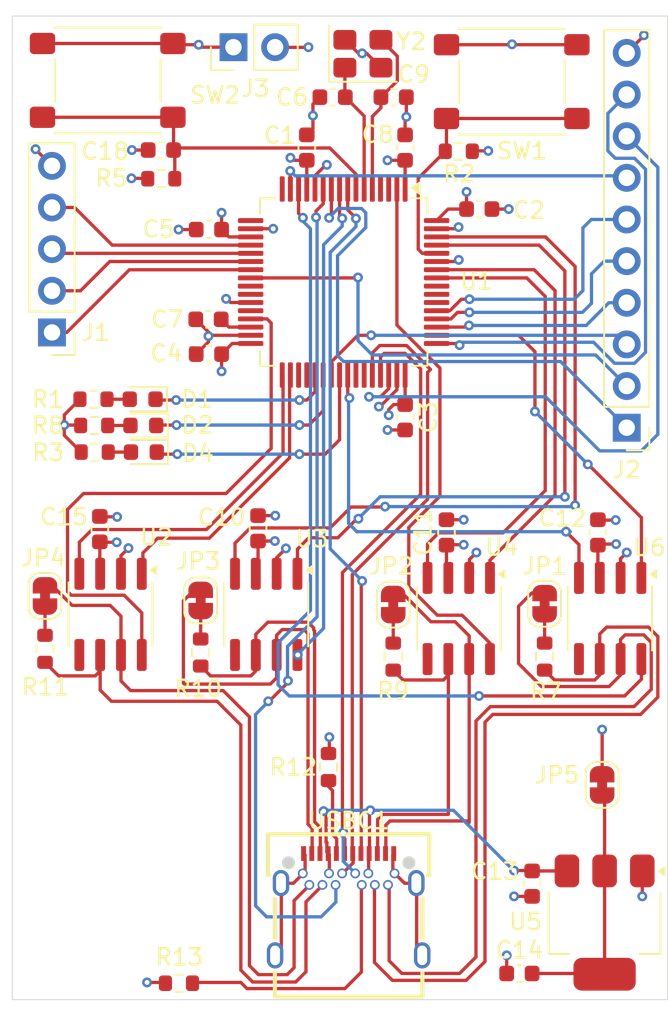
<source format=kicad_pcb>
(kicad_pcb (version 20241229) (generator "pcbnew") (generator_version "9.0")
  (layers (0 "F.Cu" signal) (4 "In1.Cu" power "GND") (6 "In2.Cu" power "3.3V") (2 "B.Cu" signal) (13 "F.Paste" user) (15 "B.Paste" user) (5 "F.SilkS" user "F.Silkscreen") (7 "B.SilkS" user "B.Silkscreen") (1 "F.Mask" user) (3 "B.Mask" user) (25 "Edge.Cuts" user))
  (net 0 "")
  (net 1 "GND")
  (net 2 "+3.3V")
  (net 3 "Net-(U1-PH1)")
  (net 4 "Net-(U1-VCAP_1)")
  (net 5 "Net-(U1-PH0)")
  (net 6 "Net-(U1-NRST)")
  (net 7 "Net-(D1-K)")
  (net 8 "Net-(D1-A)")
  (net 9 "Net-(D2-K)")
  (net 10 "Net-(D2-A)")
  (net 11 "Net-(D4-A)")
  (net 12 "Net-(D4-K)")
  (net 13 "/NSS")
  (net 14 "/MOSI")
  (net 15 "/MISO")
  (net 16 "/SCK")
  (net 17 "Net-(JP1-B)")
  (net 18 "Net-(JP2-B)")
  (net 19 "Net-(JP3-B)")
  (net 20 "Net-(JP4-B)")
  (net 21 "Net-(U1-BOOT0)")
  (net 40 "/PC10")
  (net 41 "/PA13")
  (net 42 "/PC11")
  (net 43 "/PC4")
  (net 44 "/PC12")
  (net 45 "/PA14")
  (net 46 "/PA1")
  (net 47 "/PC8")
  (net 48 "/PC2")
  (net 49 "/CAN3_H")
  (net 50 "/CAN2_H")
  (net 51 "/CAN1_H")
  (net 52 "/CAN4_H")
  (net 53 "/D+")
  (net 54 "/CAN2_L")
  (net 55 "/CAN1_L")
  (net 56 "/CAN4_L")
  (net 57 "/D-")
  (net 58 "/SBU2")
  (net 59 "/SBU1")
  (net 60 "/CAN3_L")
  (net 61 "/CAN4_E")
  (net 62 "/CAN2_E")
  (net 63 "/CAN3_R")
  (net 64 "/CAN1_R")
  (net 65 "/CAN3_T")
  (net 66 "/CAN1_E")
  (net 67 "/CAN1_T")
  (net 68 "/CAN2_R")
  (net 69 "/CAN2_T")
  (net 70 "/CAN4_T")
  (net 71 "/CAN3_E")
  (net 72 "/CAN4_R")
  (net 73 "Net-(JP5-B)")
  (net 74 "+5V")
  (net 75 "Net-(USBC1-CC1)")
  (net 76 "Net-(USBC1-CC2)")
  (footprint "Resistor_SMD:R_0603_1608Metric" (layer "F.Cu") (at 75.595 80.425)
    (property "Reference" "R5")
    (property "Value" "10k")
  )
  (footprint "Crystal:Crystal_SMD_3225-4Pin_3.2x2.5mm" (layer "F.Cu") (at 87.9 72.8)
    (property "Reference" "Y2")
    (property "Value" "Crystal_GND24")
  )
  (footprint "Button_Switch_SMD:SW_SPST_PTS645Sx43SMTR92" (layer "F.Cu") (at 72.325 74.425)
    (property "Reference" "SW2")
    (property "Value" "RESET")
  )
  (footprint "Resistor_SMD:R_0603_1608Metric" (layer "F.Cu") (at 71.5 95.475 180)
    (property "Reference" "R8")
    (property "Value" "75R")
  )
  (footprint "Capacitor_SMD:C_0603_1608Metric" (layer "F.Cu") (at 81.5 101.75 90)
    (property "Reference" "C10")
    (property "Value" "100nF")
  )
  (footprint "Capacitor_SMD:C_0603_1608Metric" (layer "F.Cu") (at 89.775 75.45)
    (property "Reference" "C9")
    (property "Value" "15pF")
  )
  (footprint "Capacitor_SMD:C_0603_1608Metric" (layer "F.Cu") (at 95 82.275)
    (property "Reference" "C2")
    (property "Value" "100nF")
  )
  (footprint "Capacitor_SMD:C_0603_1608Metric" (layer "F.Cu") (at 78.5 91.125 180)
    (property "Reference" "C4")
    (property "Value" "100nF")
  )
  (footprint "Jumper:SolderJumper-2_P1.3mm_Bridged_RoundedPad1.0x1.5mm" (layer "F.Cu") (at 89.75 106.4 -90)
    (property "Reference" "JP2")
    (property "Value" "~")
  )
  (footprint "Capacitor_SMD:C_0603_1608Metric" (layer "F.Cu") (at 75.57 78.675 180)
    (property "Reference" "C18")
    (property "Value" "100nF")
  )
  (footprint "Capacitor_SMD:C_0603_1608Metric" (layer "F.Cu") (at 86.05 75.45 180)
    (property "Reference" "C6")
    (property "Value" "15pF")
  )
  (footprint "Jumper:SolderJumper-2_P1.3mm_Bridged_RoundedPad1.0x1.5mm" (layer "F.Cu") (at 78 106.15 -90)
    (property "Reference" "JP3")
    (property "Value" "~")
  )
  (footprint "LED_SMD:LED_0603_1608Metric" (layer "F.Cu") (at 74.5 95.475 180)
    (property "Reference" "D2")
    (property "Value" "RED")
  )
  (footprint "Capacitor_SMD:C_0603_1608Metric" (layer "F.Cu") (at 93 102 90)
    (property "Reference" "C11")
    (property "Value" "100nF")
  )
  (footprint "Connector_PinHeader_2.54mm:PinHeader_1x10_P2.54mm_Vertical" (layer "F.Cu") (at 104 95.61 180)
    (property "Reference" "J2")
    (property "Value" "Extra")
  )
  (footprint "Resistor_SMD:R_0603_1608Metric" (layer "F.Cu") (at 89.75 109.575 -90)
    (property "Reference" "R9")
    (property "Value" "120R")
  )
  (footprint "Resistor_SMD:R_0603_1608Metric" (layer "F.Cu") (at 85.8 116.3125 90)
    (property "Reference" "R12")
    (property "Value" "5.1k")
  )
  (footprint "Package_SO:SOIC-8_3.9x4.9mm_P1.27mm" (layer "F.Cu") (at 82 107 -90)
    (property "Reference" "U3")
    (property "Value" "SN65HVD230DR")
  )
  (footprint "LED_SMD:LED_0603_1608Metric" (layer "F.Cu") (at 74.53125 97.1 180)
    (property "Reference" "D4")
    (property "Value" "RED")
  )
  (footprint "Resistor_SMD:R_0603_1608Metric" (layer "F.Cu") (at 71.45625 93.875 180)
    (property "Reference" "R1")
    (property "Value" "75R")
  )
  (footprint "Capacitor_SMD:C_0603_1608Metric" (layer "F.Cu") (at 78.475 89 180)
    (property "Reference" "C7")
    (property "Value" "4.7uF")
  )
  (footprint "Package_TO_SOT_SMD:SOT-223-3_TabPin2" (layer "F.Cu") (at 102.65 125.8 -90)
    (property "Reference" "U5")
    (property "Value" "AMS1117-3.3")
  )
  (footprint "Capacitor_SMD:C_0603_1608Metric" (layer "F.Cu") (at 90.475 94.975 -90)
    (property "Reference" "C3")
    (property "Value" "100nF")
  )
  (footprint "Package_SO:SOIC-8_3.9x4.9mm_P1.27mm" (layer "F.Cu") (at 72.5 107 -90)
    (property "Reference" "U2")
    (property "Value" "SN65HVD230DR")
  )
  (footprint "Package_SO:SOIC-8_3.9x4.9mm_P1.27mm" (layer "F.Cu") (at 93.75 107.25 -90)
    (property "Reference" "U4")
    (property "Value" "SN65HVD230DR")
  )
  (footprint "Resistor_SMD:R_0603_1608Metric" (layer "F.Cu") (at 98.99 109.575 -90)
    (property "Reference" "R7")
    (property "Value" "120R")
  )
  (footprint "Jumper:SolderJumper-2_P1.3mm_Bridged_RoundedPad1.0x1.5mm" (layer "F.Cu") (at 102.5 117.4 -90)
    (property "Reference" "JP5")
    (property "Value" "~")
  )
  (footprint "Resistor_SMD:R_0603_1608Metric" (layer "F.Cu") (at 68.5 109.1 -90)
    (property "Reference" "R11")
    (property "Value" "120R")
  )
  (footprint "Capacitor_SMD:C_0603_1608Metric" (layer "F.Cu") (at 84.475 78.525 90)
    (property "Reference" "C1")
    (property "Value" "100nF")
  )
  (footprint "Jumper:SolderJumper-2_P1.3mm_Bridged_RoundedPad1.0x1.5mm" (layer "F.Cu") (at 68.5 105.875 -90)
    (property "Reference" "JP4")
    (property "Value" "~")
  )
  (footprint "Capacitor_SMD:C_0603_1608Metric" (layer "F.Cu") (at 71.845 101.8 90)
    (property "Reference" "C15")
    (property "Value" "100nF")
  )
  (footprint "1_My_custom_library:USB-C-SMD_TYPE-C-USB-20" (layer "F.Cu") (at 87.03 124.695)
    (property "Reference" "USBC1")
    (property "Value" "~")
    (fp_poly (pts (xy -3.278422 -2.59721) (xy -3.305448 -2.698073) (xy -3.357659 -2.788505) (xy -3.431495 -2.862341) (xy -3.521927 -2.914552) (xy -3.62279 -2.941578) (xy -3.72721 -2.941578) (xy -3.828073 -2.914552) (xy -3.918505 -2.862341) (xy -3.992341 -2.788505) (xy -4.044552 -2.698073) (xy -4.071578 -2.59721) (xy -4.071578 -2.49279) (xy -4.044552 -2.391927) (xy -3.992341 -2.301495) (xy -3.918505 -2.227659) (xy -3.828073 -2.175448) (xy -3.72721 -2.148422) (xy -3.62279 -2.148422) (xy -3.521927 -2.175448) (xy -3.431495 -2.227659) (xy -3.357659 -2.301495) (xy -3.305448 -2.391927) (xy -3.278422 -2.49279)) (fill yes) (layer "Edge.Cuts"))
    (fp_poly (pts (xy 4.071578 -2.59721) (xy 4.044552 -2.698073) (xy 3.992341 -2.788505) (xy 3.918505 -2.862341) (xy 3.828073 -2.914552) (xy 3.72721 -2.941578) (xy 3.62279 -2.941578) (xy 3.521927 -2.914552) (xy 3.431495 -2.862341) (xy 3.357659 -2.788505) (xy 3.305448 -2.698073) (xy 3.278422 -2.59721) (xy 3.278422 -2.49279) (xy 3.305448 -2.391927) (xy 3.357659 -2.301495) (xy 3.431495 -2.227659) (xy 3.521927 -2.175448) (xy 3.62279 -2.148422) (xy 3.72721 -2.148422) (xy 3.828073 -2.175448) (xy 3.918505 -2.227659) (xy 3.992341 -2.301495) (xy 4.044552 -2.391927) (xy 4.071578 -2.49279)) (fill yes) (layer "Edge.Cuts"))
  )
  (footprint "Capacitor_SMD:C_0603_1608Metric" (layer "F.Cu") (at 90.475 78.525 90)
    (property "Reference" "C8")
    (property "Value" "100nF")
  )
  (footprint "LED_SMD:LED_0603_1608Metric" (layer "F.Cu") (at 74.45625 93.875 180)
    (property "Reference" "D1")
    (property "Value" "RED")
  )
  (footprint "Capacitor_SMD:C_0603_1608Metric" (layer "F.Cu") (at 102.24 102 90)
    (property "Reference" "C12")
    (property "Value" "100nF")
  )
  (footprint "Connector_PinHeader_2.54mm:PinHeader_1x05_P2.54mm_Vertical" (layer "F.Cu") (at 68.925 89.8 180)
    (property "Reference" "J1")
    (property "Value" "SPI1")
  )
  (footprint "Package_QFP:LQFP-64_10x10mm_P0.5mm" (layer "F.Cu") (at 86.725 86.725 -90)
    (property "Reference" "U1")
    (property "Value" "STM32F413RGT6")
  )
  (footprint "Jumper:SolderJumper-2_P1.3mm_Bridged_RoundedPad1.0x1.5mm" (layer "F.Cu") (at 98.99 106.35 -90)
    (property "Reference" "JP1")
    (property "Value" "~")
  )
  (footprint "Connector_PinHeader_2.54mm:PinHeader_1x02_P2.54mm_Vertical" (layer "F.Cu") (at 80 72.4 90)
    (property "Reference" "J3")
    (property "Value" "PWR")
  )
  (footprint "Capacitor_SMD:C_0603_1608Metric" (layer "F.Cu") (at 98.225 123.425 90)
    (property "Reference" "C13")
    (property "Value" "10pF")
  )
  (footprint "Package_SO:SOIC-8_3.9x4.9mm_P1.27mm" (layer "F.Cu") (at 102.99 107.25 -90)
    (property "Reference" "U6")
    (property "Value" "SN65HVD230DR")
  )
  (footprint "Capacitor_SMD:C_0603_1608Metric" (layer "F.Cu") (at 97.45 128.905)
    (property "Reference" "C14")
    (property "Value" "22pF")
  )
  (footprint "Resistor_SMD:R_0603_1608Metric" (layer "F.Cu") (at 76.675 129.5 180)
    (property "Reference" "R13")
    (property "Value" "5.1k")
  )
  (footprint "Capacitor_SMD:C_0603_1608Metric" (layer "F.Cu") (at 78.5 83.525 180)
    (property "Reference" "C5")
    (property "Value" "100nF")
  )
  (footprint "Resistor_SMD:R_0603_1608Metric" (layer "F.Cu") (at 71.53125 97.1 180)
    (property "Reference" "R3")
    (property "Value" "75R")
  )
  (footprint "Resistor_SMD:R_0603_1608Metric" (layer "F.Cu") (at 78 109.325 -90)
    (property "Reference" "R10")
    (property "Value" "120R")
  )
  (footprint "Resistor_SMD:R_0603_1608Metric" (layer "F.Cu") (at 93.75 78.75)
    (property "Reference" "R2")
    (property "Value" "10k")
  )
  (footprint "Button_Switch_SMD:SW_SPST_PTS645Sx43SMTR92" (layer "F.Cu") (at 96.98 74.5)
    (property "Reference" "SW1")
    (property "Value" "DFU")
  )
  (gr_rect (start 66.5 70.5) (end 106.5 130.5) (stroke (width 0.05)) (fill no) (layer "Edge.Cuts"))
  (segment (start 90.55 76.65) (end 90.625 76.65) (width 0.2) (layer "F.Cu") (net 1))
  (segment (start 88.9421 94.325) (end 89.975 93.2921) (width 0.2) (layer "F.Cu") (net 1))
  (segment (start 103.625 103.6) (end 103.625 104.775) (width 0.2) (layer "F.Cu") (net 1))
  (segment (start 84.85 77.375) (end 84.475 77.75) (width 0.2) (layer "F.Cu") (net 1))
  (segment (start 97.125 124.2) (end 98.225 124.2) (width 0.2) (layer "F.Cu") (net 1))
  (segment (start 82.92 123.4) (end 82.92 127.45) (width 0.2) (layer "F.Cu") (net 1))
  (segment (start 76.65 83.525) (end 77.725 83.525) (width 0.2) (layer "F.Cu") (net 1))
  (segment (start 104.95 124.2) (end 104.95 122.65) (width 0.2) (layer "F.Cu") (net 1))
  (segment (start 89.85 122.81) (end 89.727422 122.687422) (width 0.2) (layer "F.Cu") (net 1))
  (segment (start 77.4 90.75) (end 77.7 90.75) (width 0.2) (layer "F.Cu") (net 1))
  (segment (start 84.85 75.875) (end 85.275 75.45) (width 0.2) (layer "F.Cu") (net 1))
  (segment (start 84.85 76.575) (end 84.85 75.875) (width 0.2) (layer "F.Cu") (net 1))
  (segment (start 103.325 101.25) (end 102.265 101.25) (width 0.2) (layer "F.Cu") (net 1))
  (segment (start 85.85 115.5125) (end 85.85 114.4875) (width 0.2) (layer "F.Cu") (net 1))
  (segment (start 87.625 72.775) (end 86.8 71.95) (width 0.2) (layer "F.Cu") (net 1))
  (segment (start 102.265 101.25) (end 102.24 101.225) (width 0.2) (layer "F.Cu") (net 1))
  (segment (start 78.475 90.375) (end 77.725 91.125) (width 0.2) (layer "F.Cu") (net 1))
  (segment (start 78.475 90.025) (end 78.525 89.975) (width 0.2) (layer "F.Cu") (net 1))
  (segment (start 89.4 95.75) (end 90.475 95.75) (width 0.2) (layer "F.Cu") (net 1))
  (segment (start 93.65 85.475) (end 92.4 85.475) (width 0.2) (layer "F.Cu") (net 1))
  (segment (start 83.66 123.4) (end 82.92 123.4) (width 0.2) (layer "F.Cu") (net 1))
  (segment (start 84.975 81.05) (end 84.975 80.241176) (width 0.2) (layer "F.Cu") (net 1))
  (segment (start 78.525 89.975) (end 81.05 89.975) (width 0.2) (layer "F.Cu") (net 1))
  (segment (start 89.975 93.2921) (end 89.975 92.4) (width 0.2) (layer "F.Cu") (net 1))
  (segment (start 90.65 76.675) (end 90.475 76.85) (width 0.2) (layer "F.Cu") (net 1))
  (segment (start 84.25 122.81) (end 83.66 123.4) (width 0.2) (layer "F.Cu") (net 1))
  (segment (start 94.4 103.65) (end 94.4 104.76) (width 0.2) (layer "F.Cu") (net 1))
  (segment (start 68.37 72.15) (end 68.345 72.175) (width 0.2) (layer "F.Cu") (net 1))
  (segment (start 78.475 90.025) (end 78.475 90.375) (width 0.2) (layer "F.Cu") (net 1))
  (segment (start 82.92 127.45) (end 82.56 127.81) (width 0.2) (layer "F.Cu") (net 1))
  (segment (start 78.025 72.4) (end 80 72.4) (width 0.2) (layer "F.Cu") (net 1))
  (segment (start 94.6 78.725) (end 94.575 78.75) (width 0.2) (layer "F.Cu") (net 1))
  (segment (start 90.475 76.85) (end 90.475 77.75) (width 0.2) (layer "F.Cu") (net 1))
  (segment (start 74.725 129.45) (end 75.775 129.45) (width 0.2) (layer "F.Cu") (net 1))
  (segment (start 79.825 87.975) (end 79.55 87.7) (width 0.2) (layer "F.Cu") (net 1))
  (segment (start 90.625 76.65) (end 90.65 76.675) (width 0.2) (layer "F.Cu") (net 1))
  (segment (start 77.875 72.25) (end 78.025 72.4) (width 0.2) (layer "F.Cu") (net 1))
  (segment (start 67.925 78.64) (end 68.925 79.64) (width 0.2) (layer "F.Cu") (net 1))
  (segment (start 90.55 76.65) (end 90.55 75.45) (width 0.2) (layer "F.Cu") (net 1))
  (segment (start 88.871366 94.325) (end 88.9421 94.325) (width 0.2) (layer "F.Cu") (net 1))
  (segment (start 88.125 72.775) (end 89 73.65) (width 0.2) (layer "F.Cu") (net 1))
  (segment (start 78.475 90.025) (end 78.475 89.775) (width 0.2) (layer "F.Cu") (net 1))
  (segment (start 81.05 87.975) (end 79.825 87.975) (width 0.2) (layer "F.Cu") (net 1))
  (segment (start 87.85 72.775) (end 88.125 72.775) (width 0.2) (layer "F.Cu") (net 1))
  (segment (start 84.975 80.241176) (end 85.691176 79.525) (width 0.2) (layer "F.Cu") (net 1))
  (segment (start 82.635 103.54) (end 82.635 104.525) (width 0.2) (layer "F.Cu") (net 1))
  (segment (start 94.825 103.225) (end 94.4 103.65) (width 0.2) (layer "F.Cu") (net 1))
  (segment (start 73.8 78.675) (end 74.795 78.675) (width 0.2) (layer "F.Cu") (net 1))
  (segment (start 88.871366 94.325) (end 88.7 94.325) (width 0.2) (layer "F.Cu") (net 1))
  (segment (start 87.85 72.775) (end 87.625 72.775) (width 0.2) (layer "F.Cu") (net 1))
  (segment (start 77.875 72.25) (end 76.38 72.25) (width 0.2) (layer "F.Cu") (net 1))
  (segment (start 105.05 71.7) (end 104 72.75) (width 0.2) (layer "F.Cu") (net 1))
  (segment (start 73.590544 102.957772) (end 73.135 103.413316) (width 0.2) (layer "F.Cu") (net 1))
  (segment (start 89.727422 121.672578) (end 89.8 121.6) (width 0.2) (layer "F.Cu") (net 1))
  (segment (start 84.85 76.575) (end 84.85 77.375) (width 0.2) (layer "F.Cu") (net 1))
  (segment (start 91.18 123.4) (end 91.18 127.45) (width 0.2) (layer "F.Cu") (net 1))
  (segment (start 89.727422 122.687422) (end 89.727422 121.672578) (width 0.2) (layer "F.Cu") (net 1))
  (segment (start 94.4 104.76) (end 94.385 104.775) (width 0.2) (layer "F.Cu") (net 1))
  (segment (start 76.38 72.25) (end 76.305 72.175) (width 0.2) (layer "F.Cu") (net 1))
  (segment (start 84.372578 122.687422) (end 84.372578 121.673078) (width 0.2) (layer "F.Cu") (net 1))
  (segment (start 81.05 83.475) (end 82.425 83.475) (width 0.2) (layer "F.Cu") (net 1))
  (segment (start 83.2 102.975) (end 82.635 103.54) (width 0.2) (layer "F.Cu") (net 1))
  (segment (start 73.135 103.413316) (end 73.135 104.525) (width 0.2) (layer "F.Cu") (net 1))
  (segment (start 68.345 72.175) (end 76.305 72.175) (width 0.2) (layer "F.Cu") (net 1))
  (segment (start 84.25 122.81) (end 84.372578 122.687422) (width 0.2) (layer "F.Cu") (net 1))
  (segment (start 93.675 83.475) (end 93.85 83.3) (width 0.2) (layer "F.Cu") (net 1))
  (segment (start 94.05 101.225) (end 93 101.225) (width 0.2) (layer "F.Cu") (net 1))
  (segment (start 92.4 83.475) (end 93.675 83.475) (width 0.2) (layer "F.Cu") (net 1))
  (segment (start 82.55 100.975) (end 81.5 100.975) (width 0.2) (layer "F.Cu") (net 1))
  (segment (start 95.55 78.725) (end 94.6 78.725) (width 0.2) (layer "F.Cu") (net 1))
  (segment (start 93.75 85.375) (end 93.65 85.475) (width 0.2) (layer "F.Cu") (net 1))
  (segment (start 89.85 122.81) (end 90.44 123.4) (width 0.2) (layer "F.Cu") (net 1))
  (segment (start 90.44 123.4) (end 91.18 123.4) (width 0.2) (layer "F.Cu") (net 1))
  (segment (start 78.475 89.775) (end 77.7 89) (width 0.2) (layer "F.Cu") (net 1))
  (segment (start 71.87 101.05) (end 71.845 101.025) (width 0.2) (layer "F.Cu") (net 1))
  (segment (start 96.675 127.8) (end 96.675 128.905) (width 0.2) (layer "F.Cu") (net 1))
  (segment (start 96.8 82.275) (end 95.775 82.275) (width 0.2) (layer "F.Cu") (net 1))
  (segment (start 84.372578 121.673078) (end 84.2995 121.6) (width 0.2) (layer "F.Cu") (net 1))
  (segment (start 72.9 101.05) (end 71.87 101.05) (width 0.2) (layer "F.Cu") (net 1))
  (segment (start 104 103.225) (end 103.625 103.6) (width 0.2) (layer "F.Cu") (net 1))
  (segment (start 91.18 127.45) (end 91.54 127.81) (width 0.2) (layer "F.Cu") (net 1))
  (segment (start 105.05 71.675) (end 105.05 71.7) (width 0.2) (layer "F.Cu") (net 1))
  (segment (start 67.925 78.625) (end 67.925 78.64) (width 0.2) (layer "F.Cu") (net 1))
  (via (at 85.7 79.575) (size 0.6) (drill 0.3) (layers "F.Cu" "B.Cu") (net 1))
  (via (at 89.4 95.75) (size 0.6) (drill 0.3) (layers "F.Cu" "B.Cu") (net 1))
  (via (at 104 103.225) (size 0.6) (drill 0.3) (layers "F.Cu" "B.Cu") (net 1))
  (via (at 77.875 72.25) (size 0.6) (drill 0.3) (layers "F.Cu" "B.Cu") (net 1))
  (via (at 85.85 114.4875) (size 0.6) (drill 0.3) (layers "F.Cu" "B.Cu") (net 1))
  (via (at 79.55 87.75) (size 0.6) (drill 0.3) (layers "F.Cu" "B.Cu") (net 1))
  (via (at 95.55 78.725) (size 0.6) (drill 0.3) (layers "F.Cu" "B.Cu") (net 1))
  (via (at 96.675 127.8) (size 0.6) (drill 0.3) (layers "F.Cu" "B.Cu") (net 1))
  (via (at 93.7375 83.375) (size 0.6) (drill 0.3) (layers "F.Cu" "B.Cu") (net 1))
  (via (at 88.871366 94.325) (size 0.6) (drill 0.3) (layers "F.Cu" "B.Cu") (net 1))
  (via (at 84.85 76.575) (size 0.6) (drill 0.3) (layers "F.Cu" "B.Cu") (net 1))
  (via (at 104.95 124.2) (size 0.6) (drill 0.3) (layers "F.Cu" "B.Cu") (net 1))
  (via (at 78.475 90.025) (size 0.6) (drill 0.3) (layers "F.Cu" "B.Cu") (net 1))
  (via (at 103.325 101.25) (size 0.6) (drill 0.3) (layers "F.Cu" "B.Cu") (net 1))
  (via (at 82.55 100.975) (size 0.6) (drill 0.3) (layers "F.Cu" "B.Cu") (net 1))
  (via (at 94.05 101.225) (size 0.6) (drill 0.3) (layers "F.Cu" "B.Cu") (net 1))
  (via (at 90.55 76.65) (size 0.6) (drill 0.3) (layers "F.Cu" "B.Cu") (net 1))
  (via (at 72.9 101.05) (size 0.6) (drill 0.3) (layers "F.Cu" "B.Cu") (net 1))
  (via (at 76.65 83.525) (size 0.6) (drill 0.3) (layers "F.Cu" "B.Cu") (net 1))
  (via (at 83.2 102.975) (size 0.6) (drill 0.3) (layers "F.Cu" "B.Cu") (net 1))
  (via (at 74.725 129.45) (size 0.6) (drill 0.3) (layers "F.Cu" "B.Cu") (net 1))
  (via (at 96.8 82.275) (size 0.6) (drill 0.3) (layers "F.Cu" "B.Cu") (net 1))
  (via (at 73.590544 102.957772) (size 0.6) (drill 0.3) (layers "F.Cu" "B.Cu") (net 1))
  (via (at 73.8 78.675) (size 0.6) (drill 0.3) (layers "F.Cu" "B.Cu") (net 1))
  (via (at 87.85 72.775) (size 0.6) (drill 0.3) (layers "F.Cu" "B.Cu") (net 1))
  (via (at 82.425 83.475) (size 0.6) (drill 0.3) (layers "F.Cu" "B.Cu") (net 1))
  (via (at 94.825 103.225) (size 0.6) (drill 0.3) (layers "F.Cu" "B.Cu") (net 1))
  (via (at 67.925 78.625) (size 0.6) (drill 0.3) (layers "F.Cu" "B.Cu") (net 1))
  (via (at 105.05 71.675) (size 0.6) (drill 0.3) (layers "F.Cu" "B.Cu") (net 1))
  (via (at 97.125 124.2) (size 0.6) (drill 0.3) (layers "F.Cu" "B.Cu") (net 1))
  (via (at 93.75 85.375) (size 0.6) (drill 0.3) (layers "F.Cu" "B.Cu") (net 1))
  (segment (start 79.925 90.475) (end 79.275 91.125) (width 0.2) (layer "F.Cu") (net 2))
  (segment (start 79.275 83.525) (end 79.275 82.5) (width 0.2) (layer "F.Cu") (net 2))
  (segment (start 84.426 80.401) (end 84.475 80.45) (width 0.2) (layer "F.Cu") (net 2))
  (segment (start 82.525 102.525) (end 81.5 102.525) (width 0.2) (layer "F.Cu") (net 2))
  (segment (start 83.626 79.3) (end 83.475 79.149) (width 0.2) (layer "F.Cu") (net 2))
  (segment (start 96.875 72.25) (end 93 72.25) (width 0.2) (layer "F.Cu") (net 2))
  (segment (start 94.225 81.225) (end 94.225 82.275) (width 0.2) (layer "F.Cu") (net 2))
  (segment (start 70.7 97.1) (end 70.70625 97.1) (width 0.2) (layer "F.Cu") (net 2))
  (segment (start 69.675 96.075) (end 70.7 97.1) (width 0.2) (layer "F.Cu") (net 2))
  (segment (start 96.9 72.225) (end 96.875 72.25) (width 0.2) (layer "F.Cu") (net 2))
  (segment (start 89.4 79.3) (end 90.475 79.3) (width 0.2) (layer "F.Cu") (net 2))
  (segment (start 69.675 95.45) (end 69.675 94.83125) (width 0.2) (layer "F.Cu") (net 2))
  (segment (start 81.5 104.39) (end 81.365 104.525) (width 0.2) (layer "F.Cu") (net 2))
  (segment (start 84.475 79.3) (end 84.475 81.05) (width 0.2) (layer "F.Cu") (net 2))
  (segment (start 102.24 102.775) (end 102.24 104.66) (width 0.2) (layer "F.Cu") (net 2))
  (segment (start 93.1 82.275) (end 92.4 82.975) (width 0.2) (layer "F.Cu") (net 2))
  (segment (start 79.725 83.975) (end 79.275 83.525) (width 0.2) (layer "F.Cu") (net 2))
  (segment (start 89.475 94.5) (end 89.775 94.2) (width 0.2) (layer "F.Cu") (net 2))
  (segment (start 71.87 102.6) (end 71.845 102.575) (width 0.2) (layer "F.Cu") (net 2))
  (segment (start 81.05 83.975) (end 79.725 83.975) (width 0.2) (layer "F.Cu") (net 2))
  (segment (start 89.775 94.2) (end 90.475 94.2) (width 0.2) (layer "F.Cu") (net 2))
  (segment (start 69.675 94.83125) (end 70.63125 93.875) (width 0.2) (layer "F.Cu") (net 2))
  (segment (start 70.65 95.45) (end 70.675 95.475) (width 0.2) (layer "F.Cu") (net 2))
  (segment (start 79.275 92.175) (end 79.275 91.125) (width 0.2) (layer "F.Cu") (net 2))
  (segment (start 103.35 102.710008) (end 102.304992 102.710008) (width 0.2) (layer "F.Cu") (net 2))
  (segment (start 93 102.775) (end 93 104.66) (width 0.2) (layer "F.Cu") (net 2))
  (segment (start 90.475 79.3) (end 90.475 81.05) (width 0.2) (layer "F.Cu") (net 2))
  (segment (start 94.05 102.75) (end 93.025 102.75) (width 0.2) (layer "F.Cu") (net 2))
  (segment (start 102.5 114.025) (end 102.5 116.75) (width 0.2) (layer "F.Cu") (net 2))
  (segment (start 84.475 80.45) (end 84.475 81.05) (width 0.2) (layer "F.Cu") (net 2))
  (segment (start 97 72.225) (end 97.025 72.25) (width 0.2) (layer "F.Cu") (net 2))
  (segment (start 97.025 72.25) (end 100.96 72.25) (width 0.2) (layer "F.Cu") (net 2))
  (segment (start 81.05 90.475) (end 79.925 90.475) (width 0.2) (layer "F.Cu") (net 2))
  (segment (start 102.24 104.66) (end 102.355 104.775) (width 0.2) (layer "F.Cu") (net 2))
  (segment (start 97 72.225) (end 96.9 72.225) (width 0.2) (layer "F.Cu") (net 2))
  (segment (start 71.845 102.575) (end 71.845 104.505) (width 0.2) (layer "F.Cu") (net 2))
  (segment (start 71.845 104.505) (end 71.865 104.525) (width 0.2) (layer "F.Cu") (net 2))
  (segment (start 84.565 72.41) (end 82.55 72.41) (width 0.2) (layer "F.Cu") (net 2))
  (segment (start 94.225 82.275) (end 93.1 82.275) (width 0.2) (layer "F.Cu") (net 2))
  (segment (start 69.675 95.45) (end 70.65 95.45) (width 0.2) (layer "F.Cu") (net 2))
  (segment (start 84.475 79.3) (end 83.626 79.3) (width 0.2) (layer "F.Cu") (net 2))
  (segment (start 72.875 102.6) (end 71.87 102.6) (width 0.2) (layer "F.Cu") (net 2))
  (segment (start 93.025 102.75) (end 93 102.775) (width 0.2) (layer "F.Cu") (net 2))
  (segment (start 84.575 72.4) (end 84.565 72.41) (width 0.2) (layer "F.Cu") (net 2))
  (segment (start 82.55 72.41) (end 82.54 72.4) (width 0.2) (layer "F.Cu") (net 2))
  (segment (start 73.775 80.4) (end 74.745 80.4) (width 0.2) (layer "F.Cu") (net 2))
  (segment (start 90.475 94.2) (end 90.475 92.4) (width 0.2) (layer "F.Cu") (net 2))
  (segment (start 81.025 84) (end 81.05 83.975) (width 0.2) (layer "F.Cu") (net 2))
  (segment (start 69.675 95.45) (end 69.675 96.075) (width 0.2) (layer "F.Cu") (net 2))
  (segment (start 93 104.66) (end 93.115 104.775) (width 0.2) (layer "F.Cu") (net 2))
  (segment (start 81.5 102.525) (end 81.5 104.39) (width 0.2) (layer "F.Cu") (net 2))
  (segment (start 74.745 80.4) (end 74.77 80.425) (width 0.2) (layer "F.Cu") (net 2))
  (segment (start 89.475 94.85) (end 89.475 94.5) (width 0.2) (layer "F.Cu") (net 2))
  (segment (start 102.304992 102.710008) (end 102.24 102.775) (width 0.2) (layer "F.Cu") (net 2))
  (via (at 83.475 79.149) (size 0.6) (drill 0.3) (layers "F.Cu" "B.Cu") (net 2))
  (via (at 102.5 114.025) (size 0.6) (drill 0.3) (layers "F.Cu" "B.Cu") (net 2))
  (via (at 79.275 92.175) (size 0.6) (drill 0.3) (layers "F.Cu" "B.Cu") (net 2))
  (via (at 94.225 81.225) (size 0.6) (drill 0.3) (layers "F.Cu" "B.Cu") (net 2))
  (via (at 72.875 102.6) (size 0.6) (drill 0.3) (layers "F.Cu" "B.Cu") (net 2))
  (via (at 89.4 79.3) (size 0.6) (drill 0.3) (layers "F.Cu" "B.Cu") (net 2))
  (via (at 84.575 72.4) (size 0.6) (drill 0.3) (layers "F.Cu" "B.Cu") (net 2))
  (via (at 103.35 102.710008) (size 0.6) (drill 0.3) (layers "F.Cu" "B.Cu") (net 2))
  (via (at 82.525 102.525) (size 0.6) (drill 0.3) (layers "F.Cu" "B.Cu") (net 2))
  (via (at 94.05 102.75) (size 0.6) (drill 0.3) (layers "F.Cu" "B.Cu") (net 2))
  (via (at 69.675 95.45) (size 0.6) (drill 0.3) (layers "F.Cu" "B.Cu") (net 2))
  (via (at 79.275 82.5) (size 0.6) (drill 0.3) (layers "F.Cu" "B.Cu") (net 2))
  (via (at 89.475 94.85) (size 0.6) (drill 0.3) (layers "F.Cu" "B.Cu") (net 2))
  (via (at 73.775 80.4) (size 0.6) (drill 0.3) (layers "F.Cu" "B.Cu") (net 2))
  (via (at 97 72.225) (size 0.6) (drill 0.3) (layers "F.Cu" "B.Cu") (net 2))
  (segment (start 87.975 76.6) (end 87.975 81.05) (width 0.2) (layer "F.Cu") (net 3))
  (segment (start 86.8 75.425) (end 86.825 75.45) (width 0.2) (layer "F.Cu") (net 3))
  (segment (start 86.825 75.45) (end 87.975 76.6) (width 0.2) (layer "F.Cu") (net 3))
  (segment (start 86.8 73.65) (end 86.8 75.425) (width 0.2) (layer "F.Cu") (net 3))
  (segment (start 81.05 89.475) (end 79.725 89.475) (width 0.2) (layer "F.Cu") (net 4))
  (segment (start 79.725 89.475) (end 79.25 89) (width 0.2) (layer "F.Cu") (net 4))
  (segment (start 88.475 76.625) (end 89 76.1) (width 0.2) (layer "F.Cu") (net 5))
  (segment (start 90 74.45) (end 90 72.95) (width 0.2) (layer "F.Cu") (net 5))
  (segment (start 88.475 76.625) (end 88.475 81.05) (width 0.2) (layer "F.Cu") (net 5))
  (segment (start 90 72.95) (end 89 71.95) (width 0.2) (layer "F.Cu") (net 5))
  (segment (start 89 76.1) (end 89 75.45) (width 0.2) (layer "F.Cu") (net 5))
  (segment (start 89 75.45) (end 90 74.45) (width 0.2) (layer "F.Cu") (net 5))
  (segment (start 76.42 80.425) (end 76.42 78.75) (width 0.2) (layer "F.Cu") (net 6))
  (segment (start 85.880824 78.549) (end 87.475 80.143176) (width 0.2) (layer "F.Cu") (net 6))
  (segment (start 87.475 80.143176) (end 87.475 81.05) (width 0.2) (layer "F.Cu") (net 6))
  (segment (start 76.305 76.675) (end 68.345 76.675) (width 0.2) (layer "F.Cu") (net 6))
  (segment (start 76.42 78.75) (end 76.345 78.675) (width 0.2) (layer "F.Cu") (net 6))
  (segment (start 76.42 78.6) (end 76.471 78.549) (width 0.2) (layer "F.Cu") (net 6))
  (segment (start 76.471 78.549) (end 85.880824 78.549) (width 0.2) (layer "F.Cu") (net 6))
  (segment (start 76.345 78.675) (end 76.345 76.715) (width 0.2) (layer "F.Cu") (net 6))
  (segment (start 76.345 76.715) (end 76.305 76.675) (width 0.2) (layer "F.Cu") (net 6))
  (segment (start 76.5 93.925) (end 75.29375 93.925) (width 0.2) (layer "F.Cu") (net 7))
  (segment (start 84.026 93.925) (end 84.475 93.925) (width 0.2) (layer "F.Cu") (net 7))
  (segment (start 84.475 93.925) (end 84.975 93.425) (width 0.2) (layer "F.Cu") (net 7))
  (segment (start 75.29375 93.925) (end 75.24375 93.875) (width 0.2) (layer "F.Cu") (net 7))
  (segment (start 84.975 93.425) (end 84.975 92.4) (width 0.2) (layer "F.Cu") (net 7))
  (segment (start 75.24375 93.875) (end 75.41875 94.05) (width 0.2) (layer "F.Cu") (net 7))
  (via (at 76.5 93.925) (size 0.6) (drill 0.3) (layers "F.Cu" "B.Cu") (net 7))
  (via (at 84.026 93.925) (size 0.6) (drill 0.3) (layers "F.Cu" "B.Cu") (net 7))
  (segment (start 84.026 93.925) (end 76.5 93.925) (width 0.2) (layer "B.Cu") (net 7))
  (segment (start 72.28125 93.875) (end 73.66875 93.875) (width 0.2) (layer "F.Cu") (net 8))
  (segment (start 76.525 95.45) (end 75.3125 95.45) (width 0.2) (layer "F.Cu") (net 9))
  (segment (start 84.1 95.45) (end 84.6 95.45) (width 0.2) (layer "F.Cu") (net 9))
  (segment (start 85.475 94.575) (end 85.475 92.4) (width 0.2) (layer "F.Cu") (net 9))
  (segment (start 84.1 95.45) (end 84.026 95.45) (width 0.2) (layer "F.Cu") (net 9))
  (segment (start 75.3125 95.45) (end 75.2875 95.475) (width 0.2) (layer "F.Cu") (net 9))
  (segment (start 84.2 95.35) (end 84.1 95.45) (width 0.2) (layer "F.Cu") (net 9))
  (segment (start 84.6 95.45) (end 85.475 94.575) (width 0.2) (layer "F.Cu") (net 9))
  (via (at 76.525 95.45) (size 0.6) (drill 0.3) (layers "F.Cu" "B.Cu") (net 9))
  (via (at 84.026 95.45) (size 0.6) (drill 0.3) (layers "F.Cu" "B.Cu") (net 9))
  (segment (start 84.026 95.45) (end 76.525 95.45) (width 0.2) (layer "B.Cu") (net 9))
  (segment (start 72.325 95.475) (end 73.7125 95.475) (width 0.2) (layer "F.Cu") (net 10))
  (segment (start 72.35625 97.1) (end 73.74375 97.1) (width 0.2) (layer "F.Cu") (net 11))
  (segment (start 75.44375 97.225) (end 75.31875 97.1) (width 0.2) (layer "F.Cu") (net 12))
  (segment (start 84.05 97.225) (end 84.075 97.2) (width 0.2) (layer "F.Cu") (net 12))
  (segment (start 85.6 97.225) (end 86.475 96.35) (width 0.2) (layer "F.Cu") (net 12))
  (segment (start 84.026 97.225) (end 85.6 97.225) (width 0.2) (layer "F.Cu") (net 12))
  (segment (start 86.475 96.35) (end 86.475 92.4) (width 0.2) (layer "F.Cu") (net 12))
  (segment (start 76.575 97.225) (end 75.44375 97.225) (width 0.2) (layer "F.Cu") (net 12))
  (segment (start 84.026 97.225) (end 84.05 97.225) (width 0.2) (layer "F.Cu") (net 12))
  (via (at 76.575 97.225) (size 0.6) (drill 0.3) (layers "F.Cu" "B.Cu") (net 12))
  (via (at 84.026 97.225) (size 0.6) (drill 0.3) (layers "F.Cu" "B.Cu") (net 12))
  (segment (start 84.026 97.225) (end 76.575 97.225) (width 0.2) (layer "B.Cu") (net 12))
  (segment (start 81.05 84.475) (end 72.6 84.475) (width 0.2) (layer "F.Cu") (net 13))
  (segment (start 72.6 84.475) (end 70.305 82.18) (width 0.2) (layer "F.Cu") (net 13))
  (segment (start 70.305 82.18) (end 68.925 82.18) (width 0.2) (layer "F.Cu") (net 13))
  (segment (start 69.825 89.8) (end 68.925 89.8) (width 0.2) (layer "F.Cu") (net 14))
  (segment (start 73.646 85.979) (end 69.825 89.8) (width 0.2) (layer "F.Cu") (net 14))
  (segment (start 81.05 85.975) (end 81.046 85.979) (width 0.2) (layer "F.Cu") (net 14))
  (segment (start 81.046 85.979) (end 73.646 85.979) (width 0.2) (layer "F.Cu") (net 14))
  (segment (start 72.45 85.475) (end 70.665 87.26) (width 0.2) (layer "F.Cu") (net 15))
  (segment (start 81.05 85.475) (end 72.45 85.475) (width 0.2) (layer "F.Cu") (net 15))
  (segment (start 70.665 87.26) (end 68.925 87.26) (width 0.2) (layer "F.Cu") (net 15))
  (segment (start 81.05 84.975) (end 69.18 84.975) (width 0.2) (layer "F.Cu") (net 16))
  (segment (start 69.18 84.975) (end 68.925 84.72) (width 0.2) (layer "F.Cu") (net 16))
  (segment (start 98.99 108.75) (end 98.99 107) (width 0.2) (layer "F.Cu") (net 17))
  (segment (start 89.75 107.05) (end 89.75 108.75) (width 0.2) (layer "F.Cu") (net 18))
  (segment (start 78 106.8) (end 78 108.5) (width 0.2) (layer "F.Cu") (net 19))
  (segment (start 68.5 106.525) (end 68.5 108.275) (width 0.2) (layer "F.Cu") (net 20))
  (segment (start 91.275 80.4) (end 91.275 84.726) (width 0.2) (layer "F.Cu") (net 21))
  (segment (start 93 78.675) (end 92.925 78.75) (width 0.2) (layer "F.Cu") (net 21))
  (segment (start 91.275 84.726) (end 91.524 84.975) (width 0.2) (layer "F.Cu") (net 21))
  (segment (start 92.925 78.75) (end 91.275 80.4) (width 0.2) (layer "F.Cu") (net 21))
  (segment (start 93 76.75) (end 100.96 76.75) (width 0.2) (layer "F.Cu") (net 21))
  (segment (start 91.524 84.975) (end 92.4 84.975) (width 0.2) (layer "F.Cu") (net 21))
  (segment (start 93 76.75) (end 93 78.675) (width 0.2) (layer "F.Cu") (net 21))
  (segment (start 94.375 89.375) (end 94.275 89.475) (width 0.2) (layer "F.Cu") (net 40))
  (segment (start 94.275 89.475) (end 92.4 89.475) (width 0.2) (layer "F.Cu") (net 40))
  (via (at 94.375 89.375) (size 0.6) (drill 0.3) (layers "F.Cu" "B.Cu") (net 40))
  (segment (start 104 87.99) (end 102.91 87.99) (width 0.2) (layer "B.Cu") (net 40))
  (segment (start 101.525 89.375) (end 102.91 87.99) (width 0.2) (layer "B.Cu") (net 40))
  (segment (start 94.375 89.375) (end 101.525 89.375) (width 0.2) (layer "B.Cu") (net 40))
  (segment (start 88.975 93.725) (end 89.475 93.225) (width 0.2) (layer "F.Cu") (net 41))
  (segment (start 89.475 93.225) (end 89.475 92.4) (width 0.2) (layer "F.Cu") (net 41))
  (segment (start 104.42 77.83) (end 104.45 77.8) (width 0.2) (layer "F.Cu") (net 41))
  (segment (start 88.275 93.725) (end 88.975 93.725) (width 0.2) (layer "F.Cu") (net 41))
  (via (at 88.275 93.725) (size 0.6) (drill 0.3) (layers "F.Cu" "B.Cu") (net 41))
  (segment (start 104.887 97.025) (end 105.899 96.013) (width 0.2) (layer "B.Cu") (net 41))
  (segment (start 105.899 79.729) (end 104 77.83) (width 0.2) (layer "B.Cu") (net 41))
  (segment (start 99.038893 93.714893) (end 102.349 97.025) (width 0.2) (layer "B.Cu") (net 41))
  (segment (start 99.028786 93.725) (end 99.038893 93.714893) (width 0.2) (layer "B.Cu") (net 41))
  (segment (start 105.899 96.013) (end 105.899 79.729) (width 0.2) (layer "B.Cu") (net 41))
  (segment (start 88.275 93.725) (end 99.028786 93.725) (width 0.2) (layer "B.Cu") (net 41))
  (segment (start 102.349 97.025) (end 104.887 97.025) (width 0.2) (layer "B.Cu") (net 41))
  (segment (start 94.399208 88.575364) (end 93.67556 88.575364) (width 0.2) (layer "F.Cu") (net 42))
  (segment (start 93.275924 88.975) (end 92.4 88.975) (width 0.2) (layer "F.Cu") (net 42))
  (segment (start 93.67556 88.575364) (end 93.275924 88.975) (width 0.2) (layer "F.Cu") (net 42))
  (via (at 94.399208 88.575364) (size 0.6) (drill 0.3) (layers "F.Cu" "B.Cu") (net 42))
  (segment (start 102.625 85.45) (end 104 85.45) (width 0.2) (layer "B.Cu") (net 42))
  (segment (start 94.399208 88.575364) (end 101.299636 88.575364) (width 0.2) (layer "B.Cu") (net 42))
  (segment (start 101.85 86.225) (end 102.625 85.45) (width 0.2) (layer "B.Cu") (net 42))
  (segment (start 101.85 88.025) (end 101.85 86.225) (width 0.2) (layer "B.Cu") (net 42))
  (segment (start 101.299636 88.575364) (end 101.85 88.025) (width 0.2) (layer "B.Cu") (net 42))
  (segment (start 87.6 86.45) (end 87.575 86.475) (width 0.2) (layer "F.Cu") (net 43))
  (segment (start 87.575 86.475) (end 81.05 86.475) (width 0.2) (layer "F.Cu") (net 43))
  (via (at 87.6 86.45) (size 0.6) (drill 0.3) (layers "F.Cu" "B.Cu") (net 43))
  (segment (start 88.475 91.175) (end 102.105 91.175) (width 0.2) (layer "B.Cu") (net 43))
  (segment (start 87.6 86.45) (end 87.6 90.3) (width 0.2) (layer "B.Cu") (net 43))
  (segment (start 87.6 90.3) (end 88.475 91.175) (width 0.2) (layer "B.Cu") (net 43))
  (segment (start 102.105 91.175) (end 104 93.07) (width 0.2) (layer "B.Cu") (net 43))
  (segment (start 93.908461 87.775363) (end 93.208824 88.475) (width 0.2) (layer "F.Cu") (net 44))
  (segment (start 93.208824 88.475) (end 92.4 88.475) (width 0.2) (layer "F.Cu") (net 44))
  (segment (start 94.400697 87.775363) (end 93.908461 87.775363) (width 0.2) (layer "F.Cu") (net 44))
  (via (at 94.400697 87.775363) (size 0.6) (drill 0.3) (layers "F.Cu" "B.Cu") (net 44))
  (segment (start 104 82.91) (end 101.84 82.91) (width 0.2) (layer "B.Cu") (net 44))
  (segment (start 101.325 83.425) (end 101.325 87.25) (width 0.2) (layer "B.Cu") (net 44))
  (segment (start 94.400697 87.775363) (end 100.799637 87.775363) (width 0.2) (layer "B.Cu") (net 44))
  (segment (start 100.799637 87.775363) (end 101.325 87.25) (width 0.2) (layer "B.Cu") (net 44))
  (segment (start 101.84 82.91) (end 101.325 83.425) (width 0.2) (layer "B.Cu") (net 44))
  (segment (start 93.7 90.475) (end 93.8 90.575) (width 0.2) (layer "F.Cu") (net 45))
  (segment (start 92.4 90.475) (end 93.7 90.475) (width 0.2) (layer "F.Cu") (net 45))
  (via (at 93.8 90.575) (size 0.6) (drill 0.3) (layers "F.Cu" "B.Cu") (net 45))
  (segment (start 105.151 79.851) (end 104.475 79.175) (width 0.2) (layer "B.Cu") (net 45))
  (segment (start 102.849 78.724) (end 102.849 76.441) (width 0.2) (layer "B.Cu") (net 45))
  (segment (start 104.475 79.175) (end 103.3 79.175) (width 0.2) (layer "B.Cu") (net 45))
  (segment (start 93.875 90.575) (end 94.05 90.4) (width 0.2) (layer "B.Cu") (net 45))
  (segment (start 102.849 76.441) (end 104 75.29) (width 0.2) (layer "B.Cu") (net 45))
  (segment (start 94.001 90.399) (end 101.974 90.399) (width 0.2) (layer "B.Cu") (net 45))
  (segment (start 103.3 79.175) (end 102.849 78.724) (width 0.2) (layer "B.Cu") (net 45))
  (segment (start 93.8 90.575) (end 93.875 90.575) (width 0.2) (layer "B.Cu") (net 45))
  (segment (start 104.47676 91.681) (end 105.151 91.00676) (width 0.2) (layer "B.Cu") (net 45))
  (segment (start 105.151 91.00676) (end 105.151 79.851) (width 0.2) (layer "B.Cu") (net 45))
  (segment (start 93.8 90.575) (end 93.825 90.575) (width 0.2) (layer "B.Cu") (net 45))
  (segment (start 103.256 91.681) (end 104.47676 91.681) (width 0.2) (layer "B.Cu") (net 45))
  (segment (start 93.825 90.575) (end 94.001 90.399) (width 0.2) (layer "B.Cu") (net 45))
  (segment (start 101.974 90.399) (end 103.256 91.681) (width 0.2) (layer "B.Cu") (net 45))
  (segment (start 83.464057 79.948925) (end 83.464057 81.039057) (width 0.2) (layer "F.Cu") (net 46))
  (segment (start 83.464057 81.039057) (end 83.475 81.05) (width 0.2) (layer "F.Cu") (net 46))
  (via (at 83.464057 79.948925) (size 0.6) (drill 0.3) (layers "F.Cu" "B.Cu") (net 46))
  (segment (start 104.045 80.37) (end 104.225 80.55) (width 0.2) (layer "B.Cu") (net 46))
  (segment (start 83.464057 79.948925) (end 83.763132 80.248) (width 0.2) (layer "B.Cu") (net 46))
  (segment (start 83.763132 80.248) (end 103.878 80.248) (width 0.2) (layer "B.Cu") (net 46))
  (segment (start 103.878 80.248) (end 104 80.37) (width 0.2) (layer "B.Cu") (net 46))
  (segment (start 104 80.37) (end 104.045 80.37) (width 0.2) (layer "B.Cu") (net 46))
  (segment (start 85.975 91.591176) (end 85.975 92.4) (width 0.2) (layer "F.Cu") (net 47))
  (segment (start 88.4 89.975) (end 87.591176 89.975) (width 0.2) (layer "F.Cu") (net 47))
  (segment (start 87.591176 89.975) (end 85.975 91.591176) (width 0.2) (layer "F.Cu") (net 47))
  (via (at 88.4 89.975) (size 0.6) (drill 0.3) (layers "F.Cu" "B.Cu") (net 47))
  (segment (start 88.4 89.975) (end 103.445 89.975) (width 0.2) (layer "B.Cu") (net 47))
  (segment (start 103.445 89.975) (end 104 90.53) (width 0.2) (layer "B.Cu") (net 47))
  (segment (start 85.837201 82.811736) (end 85.975 82.673937) (width 0.2) (layer "F.Cu") (net 48))
  (segment (start 85.975 82.673937) (end 85.975 81.05) (width 0.2) (layer "F.Cu") (net 48))
  (via (at 85.837201 82.811736) (size 0.6) (drill 0.3) (layers "F.Cu" "B.Cu") (net 48))
  (segment (start 86.387769 82.238758) (end 87.813758 82.238758) (width 0.2) (layer "B.Cu") (net 48))
  (segment (start 87.813758 82.238758) (end 88.075 82.5) (width 0.2) (layer "B.Cu") (net 48))
  (segment (start 85.837201 82.811736) (end 85.716566 82.691101) (width 0.2) (layer "B.Cu") (net 48))
  (segment (start 86.35 85.125) (end 86.35 91.2079) (width 0.2) (layer "B.Cu") (net 48))
  (segment (start 85.837201 82.789326) (end 86.387769 82.238758) (width 0.2) (layer "B.Cu") (net 48))
  (segment (start 86.35 91.2079) (end 86.7171 91.575) (width 0.2) (layer "B.Cu") (net 48))
  (segment (start 88.075 82.5) (end 88.075 83.4) (width 0.2) (layer "B.Cu") (net 48))
  (segment (start 85.837201 82.811736) (end 85.837201 82.789326) (width 0.2) (layer "B.Cu") (net 48))
  (segment (start 99.965 91.575) (end 104 95.61) (width 0.2) (layer "B.Cu") (net 48))
  (segment (start 86.7171 91.575) (end 99.965 91.575) (width 0.2) (layer "B.Cu") (net 48))
  (segment (start 88.075 83.4) (end 86.35 85.125) (width 0.2) (layer "B.Cu") (net 48))
  (segment (start 103.625 109.725) (end 103.625 110.699999) (width 0.2) (layer "F.Cu") (net 49))
  (segment (start 102.922999 111.402) (end 98.802936 111.402) (width 0.2) (layer "F.Cu") (net 49))
  (segment (start 94.8 113.5) (end 94.8 127.9) (width 0.2) (layer "F.Cu") (net 49))
  (segment (start 104.45 112.625) (end 95.675 112.625) (width 0.2) (layer "F.Cu") (net 49))
  (segment (start 89.5 128.125) (end 89.5 123.56) (width 0.2) (layer "F.Cu") (net 49))
  (segment (start 103.625 109.725) (end 103.625 108.525) (width 0.2) (layer "F.Cu") (net 49))
  (segment (start 98.802936 111.402) (end 97.4 109.999064) (width 0.2) (layer "F.Cu") (net 49))
  (segment (start 93.8 128.9) (end 90.275 128.9) (width 0.2) (layer "F.Cu") (net 49))
  (segment (start 98.2 105.7) (end 98.99 105.7) (width 0.2) (layer "F.Cu") (net 49))
  (segment (start 105.036968 108.25) (end 105.496 108.709032) (width 0.2) (layer "F.Cu") (net 49))
  (segment (start 97.4 109.999064) (end 97.4 106.5) (width 0.2) (layer "F.Cu") (net 49))
  (segment (start 89.5 123.56) (end 89.45 123.51) (width 0.2) (layer "F.Cu") (net 49))
  (segment (start 97.4 106.5) (end 98.2 105.7) (width 0.2) (layer "F.Cu") (net 49))
  (segment (start 103.625 110.699999) (end 102.922999 111.402) (width 0.2) (layer "F.Cu") (net 49))
  (segment (start 105.496 108.709032) (end 105.496 111.579) (width 0.2) (layer "F.Cu") (net 49))
  (segment (start 94.8 127.9) (end 93.8 128.9) (width 0.2) (layer "F.Cu") (net 49))
  (segment (start 90.275 128.9) (end 89.5 128.125) (width 0.2) (layer "F.Cu") (net 49))
  (segment (start 103.625 108.525) (end 103.9 108.25) (width 0.2) (layer "F.Cu") (net 49))
  (segment (start 103.74 109.84) (end 103.625 109.725) (width 0.2) (layer "F.Cu") (net 49))
  (segment (start 103.9 108.25) (end 105.036968 108.25) (width 0.2) (layer "F.Cu") (net 49))
  (segment (start 105.496 111.579) (end 104.45 112.625) (width 0.2) (layer "F.Cu") (net 49))
  (segment (start 95.675 112.625) (end 94.8 113.5) (width 0.2) (layer "F.Cu") (net 49))
  (segment (start 94.385 109.725) (end 94.385 119.69) (width 0.2) (layer "F.Cu") (net 50))
  (segment (start 90.35 105.75) (end 89.75 105.75) (width 0.2) (layer "F.Cu") (net 50))
  (segment (start 94.385 109.725) (end 94.385 108.31) (width 0.2) (layer "F.Cu") (net 50))
  (segment (start 94.295 119.6) (end 89.55 119.6) (width 0.2) (layer "F.Cu") (net 50))
  (segment (start 94.385 119.69) (end 94.295 119.6) (width 0.2) (layer "F.Cu") (net 50))
  (segment (start 93.525 107.45) (end 92.05 107.45) (width 0.2) (layer "F.Cu") (net 50))
  (segment (start 94.385 108.31) (end 93.525 107.45) (width 0.2) (layer "F.Cu") (net 50))
  (segment (start 92.05 107.45) (end 90.35 105.75) (width 0.2) (layer "F.Cu") (net 50))
  (segment (start 89.55 119.6) (end 89.3 119.85) (width 0.2) (layer "F.Cu") (net 50))
  (segment (start 89.3 119.85) (end 89.3 121.6) (width 0.2) (layer "F.Cu") (net 50))
  (segment (start 82.635 109.475) (end 82.75 109.59) (width 0.2) (layer "F.Cu") (net 51))
  (segment (start 84.55 119.8) (end 84.8 120.05) (width 0.2) (layer "F.Cu") (net 51))
  (segment (start 77 111.25) (end 82.251 111.25) (width 0.2) (layer "F.Cu") (net 51))
  (segment (start 78 105.5) (end 77.617248 105.5) (width 0.2) (layer "F.Cu") (net 51))
  (segment (start 82.635 109.475) (end 82.635 108.264999) (width 0.2) (layer "F.Cu") (net 51))
  (segment (start 82.635 108.264999) (end 82.974999 107.925) (width 0.2) (layer "F.Cu") (net 51))
  (segment (start 82.974999 107.925) (end 84.3 107.925) (width 0.2) (layer "F.Cu") (net 51))
  (segment (start 84.55 108.175) (end 84.55 119.8) (width 0.2) (layer "F.Cu") (net 51))
  (segment (start 76.944 106.173248) (end 76.944 111.194) (width 0.2) (layer "F.Cu") (net 51))
  (segment (start 84.3 107.925) (end 84.55 108.175) (width 0.2) (layer "F.Cu") (net 51))
  (segment (start 82.635 110.866) (end 82.635 109.475) (width 0.2) (layer "F.Cu") (net 51))
  (segment (start 84.8 120.05) (end 84.8 121.6) (width 0.2) (layer "F.Cu") (net 51))
  (segment (start 77.617248 105.5) (end 76.944 106.173248) (width 0.2) (layer "F.Cu") (net 51))
  (segment (start 76.944 111.194) (end 77 111.25) (width 0.2) (layer "F.Cu") (net 51))
  (segment (start 82.251 111.25) (end 82.635 110.866) (width 0.2) (layer "F.Cu") (net 51))
  (segment (start 80.975 113.25) (end 80.975 128.425) (width 0.2) (layer "F.Cu") (net 52))
  (segment (start 79.375 111.65) (end 80.975 113.25) (width 0.2) (layer "F.Cu") (net 52))
  (segment (start 73.135 109.475) (end 73.135 111.06) (width 0.2) (layer "F.Cu") (net 52))
  (segment (start 73.135 111.06) (end 73.725 111.65) (width 0.2) (layer "F.Cu") (net 52))
  (segment (start 70.15 106.45) (end 72.475 106.45) (width 0.2) (layer "F.Cu") (net 52))
  (segment (start 73.725 111.65) (end 79.375 111.65) (width 0.2) (layer "F.Cu") (net 52))
  (segment (start 83.7 128.55) (end 83.7 124.46) (width 0.2) (layer "F.Cu") (net 52))
  (segment (start 81.525 128.975) (end 83.275 128.975) (width 0.2) (layer "F.Cu") (net 52))
  (segment (start 83.275 128.975) (end 83.7 128.55) (width 0.2) (layer "F.Cu") (net 52))
  (segment (start 73.135 107.11) (end 73.135 109.475) (width 0.2) (layer "F.Cu") (net 52))
  (segment (start 80.975 128.425) (end 81.525 128.975) (width 0.2) (layer "F.Cu") (net 52))
  (segment (start 72.475 106.45) (end 73.135 107.11) (width 0.2) (layer "F.Cu") (net 52))
  (segment (start 68.5 105.225) (end 68.925 105.225) (width 0.2) (layer "F.Cu") (net 52))
  (segment (start 68.925 105.225) (end 70.15 106.45) (width 0.2) (layer "F.Cu") (net 52))
  (segment (start 83.7 124.46) (end 84.65 123.51) (width 0.2) (layer "F.Cu") (net 52))
  (segment (start 86.65 104.45) (end 86.65 120.538) (width 0.2) (layer "F.Cu") (net 53))
  (segment (start 88.975 91.3) (end 89.2 91.075) (width 0.2) (layer "F.Cu") (net 53))
  (segment (start 91.425 92.025) (end 91.425 99.675) (width 0.2) (layer "F.Cu") (net 53))
  (segment (start 90.475 91.075) (end 91.425 92.025) (width 0.2) (layer "F.Cu") (net 53))
  (segment (start 86.65 120.538) (end 86.8 120.688) (width 0.2) (layer "F.Cu") (net 53))
  (segment (start 88.975 92.4) (end 88.975 91.3) (width 0.2) (layer "F.Cu") (net 53))
  (segment (start 91.425 99.675) (end 86.65 104.45) (width 0.2) (layer "F.Cu") (net 53))
  (segment (start 86.8 120.688) (end 86.8 121.6) (width 0.2) (layer "F.Cu") (net 53))
  (segment (start 89.2 91.075) (end 90.475 91.075) (width 0.2) (layer "F.Cu") (net 53))
  (via (at 86.7 120.3) (size 0.6) (drill 0.3) (layers "F.Cu" "B.Cu") (net 53))
  (segment (start 86.7 120.3) (end 86.7 122.06) (width 0.2) (layer "B.Cu") (net 53))
  (segment (start 86.7 122.06) (end 87.45 122.81) (width 0.2) (layer "B.Cu") (net 53))
  (segment (start 93.115 119.185) (end 93.115 109.725) (width 0.2) (layer "F.Cu") (net 54))
  (segment (start 89.75 110.4) (end 90.351 111.001) (width 0.2) (layer "F.Cu") (net 54))
  (segment (start 93.115 110.699999) (end 93.115 109.725) (width 0.2) (layer "F.Cu") (net 54))
  (segment (start 89.1 119.2) (end 93.1 119.2) (width 0.2) (layer "F.Cu") (net 54))
  (segment (start 90.351 111.001) (end 92.813999 111.001) (width 0.2) (layer "F.Cu") (net 54))
  (segment (start 88.8 121.6) (end 88.8 119.5) (width 0.2) (layer "F.Cu") (net 54))
  (segment (start 92.813999 111.001) (end 93.115 110.699999) (width 0.2) (layer "F.Cu") (net 54))
  (segment (start 93.1 119.2) (end 93.115 119.185) (width 0.2) (layer "F.Cu") (net 54))
  (segment (start 88.8 119.5) (end 89.1 119.2) (width 0.2) (layer "F.Cu") (net 54))
  (segment (start 84.951 119.651) (end 85.3 120) (width 0.2) (layer "F.Cu") (net 55))
  (segment (start 81.365 110.449999) (end 81.365 109.475) (width 0.2) (layer "F.Cu") (net 55))
  (segment (start 78 110.15) (end 78.601 110.751) (width 0.2) (layer "F.Cu") (net 55))
  (segment (start 78.601 110.751) (end 81.063999 110.751) (width 0.2) (layer "F.Cu") (net 55))
  (segment (start 84.9 107.825) (end 84.9 107.9579) (width 0.2) (layer "F.Cu") (net 55))
  (segment (start 84.9 107.9579) (end 84.951 108.0089) (width 0.2) (layer "F.Cu") (net 55))
  (segment (start 81.365 108.21) (end 82.1 107.475) (width 0.2) (layer "F.Cu") (net 55))
  (segment (start 81.365 109.475) (end 81.365 108.21) (width 0.2) (layer "F.Cu") (net 55))
  (segment (start 85.3 120) (end 85.3 121.6) (width 0.2) (layer "F.Cu") (net 55))
  (segment (start 84.55 107.475) (end 84.9 107.825) (width 0.2) (layer "F.Cu") (net 55))
  (segment (start 81.063999 110.751) (end 81.365 110.449999) (width 0.2) (layer "F.Cu") (net 55))
  (segment (start 84.951 108.0089) (end 84.951 119.651) (width 0.2) (layer "F.Cu") (net 55))
  (segment (start 82.1 107.475) (end 84.55 107.475) (width 0.2) (layer "F.Cu") (net 55))
  (segment (start 81.175 129.425) (end 83.8 129.425) (width 0.2) (layer "F.Cu") (net 56))
  (segment (start 84.425 128.8) (end 84.425 124.535) (width 0.2) (layer "F.Cu") (net 56))
  (segment (start 72.55 112.3) (end 79 112.3) (width 0.2) (layer "F.Cu") (net 56))
  (segment (start 71.865 110.449999) (end 71.865 111.615) (width 0.2) (layer "F.Cu") (net 56))
  (segment (start 80.45 128.7) (end 81.175 129.425) (width 0.2) (layer "F.Cu") (net 56))
  (segment (start 79 112.3) (end 80.45 113.75) (width 0.2) (layer "F.Cu") (net 56))
  (segment (start 71.563999 110.751) (end 71.865 110.449999) (width 0.2) (layer "F.Cu") (net 56))
  (segment (start 80.45 113.75) (end 80.45 128.7) (width 0.2) (layer "F.Cu") (net 56))
  (segment (start 71.865 110.449999) (end 71.865 109.475) (width 0.2) (layer "F.Cu") (net 56))
  (segment (start 83.8 129.425) (end 84.425 128.8) (width 0.2) (layer "F.Cu") (net 56))
  (segment (start 69.326 110.751) (end 71.563999 110.751) (width 0.2) (layer "F.Cu") (net 56))
  (segment (start 84.425 124.535) (end 85.45 123.51) (width 0.2) (layer "F.Cu") (net 56))
  (segment (start 71.865 111.615) (end 72.55 112.3) (width 0.2) (layer "F.Cu") (net 56))
  (segment (start 68.5 109.925) (end 69.326 110.751) (width 0.2) (layer "F.Cu") (net 56))
  (segment (start 88.925 90.6) (end 90.5671 90.6) (width 0.2) (layer "F.Cu") (net 57))
  (segment (start 88.475 92.4) (end 88.475 91.05) (width 0.2) (layer "F.Cu") (net 57))
  (segment (start 90.5671 90.6) (end 92.016479 92.049379) (width 0.2) (layer "F.Cu") (net 57))
  (segment (start 87.3 122.16) (end 87.3 121.6) (width 0.2) (layer "F.Cu") (net 57))
  (segment (start 91.85 92.232958) (end 91.85 99.975) (width 0.2) (layer "F.Cu") (net 57))
  (segment (start 92.016479 92.049379) (end 92.016479 92.066479) (width 0.2) (layer "F.Cu") (net 57))
  (segment (start 88.475 91.05) (end 88.925 90.6) (width 0.2) (layer "F.Cu") (net 57))
  (segment (start 87.25 121.55) (end 87.3 121.6) (width 0.2) (layer "F.Cu") (net 57))
  (segment (start 92.016479 92.066479) (end 91.85 92.232958) (width 0.2) (layer "F.Cu") (net 57))
  (segment (start 86.65 122.81) (end 87.3 122.16) (width 0.2) (layer "F.Cu") (net 57))
  (segment (start 91.85 99.975) (end 87.25 104.575) (width 0.2) (layer "F.Cu") (net 57))
  (segment (start 87.25 104.575) (end 87.25 121.55) (width 0.2) (layer "F.Cu") (net 57))
  (segment (start 82.175 112.3) (end 83.325 111.150001) (width 0.2) (layer "F.Cu") (net 58))
  (segment (start 85.037793 82.394031) (end 85.475 81.956824) (width 0.2) (layer "F.Cu") (net 58))
  (segment (start 82.125 112.3) (end 82.175 112.3) (width 0.2) (layer "F.Cu") (net 58))
  (segment (start 83.325 111.150001) (end 83.325 111.05) (width 0.2) (layer "F.Cu") (net 58))
  (segment (start 85.475 81.956824) (end 85.475 81.05) (width 0.2) (layer "F.Cu") (net 58))
  (segment (start 85.037793 82.78089) (end 85.037793 82.394031) (width 0.2) (layer "F.Cu") (net 58))
  (via (at 85.037793 82.78089) (size 0.6) (drill 0.3) (layers "F.Cu" "B.Cu") (net 58))
  (via (at 82.125 112.3) (size 0.6) (drill 0.3) (layers "F.Cu" "B.Cu") (net 58))
  (via (at 83.325 111.05) (size 0.6) (drill 0.3) (layers "F.Cu" "B.Cu") (net 58))
  (segment (start 83.3 108.95) (end 85.101 107.149) (width 0.2) (layer "B.Cu") (net 58))
  (segment (start 82.125 112.325) (end 81.35 113.1) (width 0.2) (layer "B.Cu") (net 58))
  (segment (start 85.35 125.45) (end 86.25 124.55) (width 0.2) (layer "B.Cu") (net 58))
  (segment (start 85.037793 82.78089) (end 84.922434 82.78089) (width 0.2) (layer "B.Cu") (net 58))
  (segment (start 85.101 82.844097) (end 85.037793 82.78089) (width 0.2) (layer "B.Cu") (net 58))
  (segment (start 81.35 124.775) (end 82.025 125.45) (width 0.2) (layer "B.Cu") (net 58))
  (segment (start 82.125 112.3) (end 82.125 112.325) (width 0.2) (layer "B.Cu") (net 58))
  (segment (start 85.101 107.149) (end 85.101 82.844097) (width 0.2) (layer "B.Cu") (net 58))
  (segment (start 81.35 113.1) (end 81.35 124.775) (width 0.2) (layer "B.Cu") (net 58))
  (segment (start 83.325 111.05) (end 83.3 111.025) (width 0.2) (layer "B.Cu") (net 58))
  (segment (start 82.025 125.45) (end 85.35 125.45) (width 0.2) (layer "B.Cu") (net 58))
  (segment (start 84.922434 82.78089) (end 84.874265 82.829059) (width 0.2) (layer "B.Cu") (net 58))
  (segment (start 83.3 111.025) (end 83.3 108.95) (width 0.2) (layer "B.Cu") (net 58))
  (segment (start 86.25 124.55) (end 86.25 123.51) (width 0.2) (layer "B.Cu") (net 58))
  (segment (start 86.975 81.05) (end 86.975 82.328103) (width 0.2) (layer "F.Cu") (net 59))
  (segment (start 87.8 105.011765) (end 87.8 121.6) (width 0.2) (layer "F.Cu") (net 59))
  (segment (start 87.85 104.961765) (end 87.8 105.011765) (width 0.2) (layer "F.Cu") (net 59))
  (segment (start 86.975 82.328103) (end 87.475 82.828103) (width 0.2) (layer "F.Cu") (net 59))
  (segment (start 87.475 82.828103) (end 87.475 82.85) (width 0.2) (layer "F.Cu") (net 59))
  (via (at 87.85 104.961765) (size 0.6) (drill 0.3) (layers "F.Cu" "B.Cu") (net 59))
  (via (at 87.475 82.85) (size 0.6) (drill 0.3) (layers "F.Cu" "B.Cu") (net 59))
  (segment (start 85.903 103.003) (end 87.861765 104.961765) (width 0.2) (layer "B.Cu") (net 59))
  (segment (start 87.475 82.85) (end 87.475 83.35) (width 0.2) (layer "B.Cu") (net 59))
  (segment (start 87.475 83.35) (end 85.903 84.922) (width 0.2) (layer "B.Cu") (net 59))
  (segment (start 87.861765 104.961765) (end 87.85 104.961765) (width 0.2) (layer "B.Cu") (net 59))
  (segment (start 85.903 84.922) (end 85.903 103.003) (width 0.2) (layer "B.Cu") (net 59))
  (segment (start 95.35 128.175) (end 94.2 129.325) (width 0.2) (layer "F.Cu") (net 60))
  (segment (start 105.899 112.048) (end 104.847 113.1) (width 0.2) (layer "F.Cu") (net 60))
  (segment (start 95.35 113.575) (end 95.35 128.175) (width 0.2) (layer "F.Cu") (net 60))
  (segment (start 102.053999 111.001) (end 102.355 110.699999) (width 0.2) (layer "F.Cu") (net 60))
  (segment (start 98.99 110.4) (end 99.591 111.001) (width 0.2) (layer "F.Cu") (net 60))
  (segment (start 89.7 129.325) (end 88.605 128.23) (width 0.2) (layer "F.Cu") (net 60))
  (segment (start 102.355 110.699999) (end 102.355 109.725) (width 0.2) (layer "F.Cu") (net 60))
  (segment (start 88.605 128.23) (end 88.605 123.555) (width 0.2) (layer "F.Cu") (net 60))
  (segment (start 94.2 129.325) (end 89.7 129.325) (width 0.2) (layer "F.Cu") (net 60))
  (segment (start 102.355 108.195) (end 102.775 107.775) (width 0.2) (layer "F.Cu") (net 60))
  (segment (start 105.325 107.775) (end 105.899 108.349) (width 0.2) (layer "F.Cu") (net 60))
  (segment (start 99.591 111.001) (end 102.053999 111.001) (width 0.2) (layer "F.Cu") (net 60))
  (segment (start 95.825 113.1) (end 95.35 113.575) (width 0.2) (layer "F.Cu") (net 60))
  (segment (start 102.775 107.775) (end 105.325 107.775) (width 0.2) (layer "F.Cu") (net 60))
  (segment (start 105.899 108.349) (end 105.899 112.048) (width 0.2) (layer "F.Cu") (net 60))
  (segment (start 102.355 109.725) (end 102.355 108.195) (width 0.2) (layer "F.Cu") (net 60))
  (segment (start 104.847 113.1) (end 95.825 113.1) (width 0.2) (layer "F.Cu") (net 60))
  (segment (start 88.605 123.555) (end 88.65 123.51) (width 0.2) (layer "F.Cu") (net 60))
  (segment (start 69.875 100.6) (end 70.85 99.625) (width 0.2) (layer "F.Cu") (net 61))
  (segment (start 74.405 106.905) (end 73.32895 105.82895) (width 0.2) (layer "F.Cu") (net 61))
  (segment (start 70.85 99.625) (end 79.55 99.625) (width 0.2) (layer "F.Cu") (net 61))
  (segment (start 73.32895 105.82895) (end 70.09605 105.82895) (width 0.2) (layer "F.Cu") (net 61))
  (segment (start 70.09605 105.82895) (end 69.875 105.6079) (width 0.2) (layer "F.Cu") (net 61))
  (segment (start 82.3 89.225) (end 82.05 88.975) (width 0.2) (layer "F.Cu") (net 61))
  (segment (start 79.55 99.625) (end 82.3 96.875) (width 0.2) (layer "F.Cu") (net 61))
  (segment (start 82.3 96.875) (end 82.3 89.225) (width 0.2) (layer "F.Cu") (net 61))
  (segment (start 69.875 105.6079) (end 69.875 100.6) (width 0.2) (layer "F.Cu") (net 61))
  (segment (start 74.405 109.475) (end 74.405 106.905) (width 0.2) (layer "F.Cu") (net 61))
  (segment (start 82.05 88.975) (end 81.05 88.975) (width 0.2) (layer "F.Cu") (net 61))
  (segment (start 92.6 91.975) (end 91.551 90.926) (width 0.2) (layer "F.Cu") (net 62))
  (segment (start 95.75 109.775) (end 95.7 109.725) (width 0.2) (layer "F.Cu") (net 62))
  (segment (start 90.7 105.310144) (end 90.7 101.6921) (width 0.2) (layer "F.Cu") (net 62))
  (segment (start 90.7 101.6921) (end 92.6 99.7921) (width 0.2) (layer "F.Cu") (net 62))
  (segment (start 91.542176 90.926) (end 91.324 90.707824) (width 0.2) (layer "F.Cu") (net 62))
  (segment (start 92.6 99.7921) (end 92.6 91.975) (width 0.2) (layer "F.Cu") (net 62))
  (segment (start 93.954999 107.05) (end 93.6921 107.05) (width 0.2) (layer "F.Cu") (net 62))
  (segment (start 91.324 90.699) (end 89.975 89.35) (width 0.2) (layer "F.Cu") (net 62))
  (segment (start 93.6921 107.05) (end 93.6911 107.049) (width 0.2) (layer "F.Cu") (net 62))
  (segment (start 91.551 90.926) (end 91.542176 90.926) (width 0.2) (layer "F.Cu") (net 62))
  (segment (start 95.655 109.725) (end 95.655 108.750001) (width 0.2) (layer "F.Cu") (net 62))
  (segment (start 91.324 90.707824) (end 91.324 90.699) (width 0.2) (layer "F.Cu") (net 62))
  (segment (start 93.6911 107.049) (end 92.438856 107.049) (width 0.2) (layer "F.Cu") (net 62))
  (segment (start 95.7 109.725) (end 95.655 109.725) (width 0.2) (layer "F.Cu") (net 62))
  (segment (start 89.975 89.35) (end 89.975 81.05) (width 0.2) (layer "F.Cu") (net 62))
  (segment (start 95.655 108.750001) (end 93.954999 107.05) (width 0.2) (layer "F.Cu") (net 62))
  (segment (start 92.438856 107.049) (end 90.7 105.310144) (width 0.2) (layer "F.Cu") (net 62))
  (segment (start 101.085 104.775) (end 101.09 104.775) (width 0.2) (layer "F.Cu") (net 63))
  (segment (start 100.295 101.955) (end 101.085 102.745) (width 0.2) (layer "F.Cu") (net 63))
  (segment (start 101.085 102.745) (end 101.085 104.775) (width 0.2) (layer "F.Cu") (net 63))
  (segment (start 86.975 93.7) (end 87.075 93.8) (width 0.2) (layer "F.Cu") (net 63))
  (segment (start 101.09 104.775) (end 101.115 104.75) (width 0.2) (layer "F.Cu") (net 63))
  (segment (start 86.975 92.4) (end 86.975 93.7) (width 0.2) (layer "F.Cu") (net 63))
  (via (at 87.075 93.8) (size 0.6) (drill 0.3) (layers "F.Cu" "B.Cu") (net 63))
  (via (at 100.295 101.955) (size 0.6) (drill 0.3) (layers "F.Cu" "B.Cu") (net 63))
  (segment (start 87.53 101.955) (end 87.026 101.451) (width 0.2) (layer "B.Cu") (net 63))
  (segment (start 87.026 101.451) (end 87.026 93.701) (width 0.2) (layer "B.Cu") (net 63))
  (segment (start 100.555 101.955) (end 87.53 101.955) (width 0.2) (layer "B.Cu") (net 63))
  (segment (start 99.05 83.975) (end 99.025 83.975) (width 0.2) (layer "F.Cu") (net 64))
  (segment (start 99.025 83.975) (end 92.4 83.975) (width 0.2) (layer "F.Cu") (net 64))
  (segment (start 80.095 102.65689) (end 80.095 104.525) (width 0.2) (layer "F.Cu") (net 64))
  (segment (start 100 84.925) (end 100.85 85.775) (width 0.2) (layer "F.Cu") (net 64))
  (segment (start 100.85 85.775) (end 100.85 100.35) (width 0.2) (layer "F.Cu") (net 64))
  (segment (start 89.225 100.45) (end 87.175 100.45) (width 0.2) (layer "F.Cu") (net 64))
  (segment (start 89.25 100.425) (end 89.225 100.45) (width 0.2) (layer "F.Cu") (net 64))
  (segment (start 81.02589 101.726) (end 80.095 102.65689) (width 0.2) (layer "F.Cu") (net 64))
  (segment (start 87.175 100.45) (end 85.899 101.726) (width 0.2) (layer "F.Cu") (net 64))
  (segment (start 85.899 101.726) (end 81.02589 101.726) (width 0.2) (layer "F.Cu") (net 64))
  (segment (start 100 84.925) (end 99.05 83.975) (width 0.2) (layer "F.Cu") (net 64))
  (via (at 100.85 100.35) (size 0.6) (drill 0.3) (layers "F.Cu" "B.Cu") (net 64))
  (via (at 89.25 100.425) (size 0.6) (drill 0.3) (layers "F.Cu" "B.Cu") (net 64))
  (segment (start 90.899 100.426) (end 100.774 100.426) (width 0.2) (layer "B.Cu") (net 64))
  (segment (start 90.898 100.425) (end 90.899 100.426) (width 0.2) (layer "B.Cu") (net 64))
  (segment (start 89.25 100.425) (end 90.898 100.425) (width 0.2) (layer "B.Cu") (net 64))
  (segment (start 101.625 97.85) (end 101.65 97.85) (width 0.2) (layer "F.Cu") (net 65))
  (segment (start 97.4 89.975) (end 92.4 89.975) (width 0.2) (layer "F.Cu") (net 65))
  (segment (start 101.65 97.85) (end 104.895 101.095) (width 0.2) (layer "F.Cu") (net 65))
  (segment (start 98.4 90.975) (end 97.4 89.975) (width 0.2) (layer "F.Cu") (net 65))
  (segment (start 98.4 94.625) (end 98.4 90.975) (width 0.2) (layer "F.Cu") (net 65))
  (segment (start 104.895 101.095) (end 104.895 104.775) (width 0.2) (layer "F.Cu") (net 65))
  (via (at 101.625 97.85) (size 0.6) (drill 0.3) (layers "F.Cu" "B.Cu") (net 65))
  (via (at 98.4 94.625) (size 0.6) (drill 0.3) (layers "F.Cu" "B.Cu") (net 65))
  (segment (start 101.625 97.85) (end 98.4 94.625) (width 0.2) (layer "B.Cu") (net 65))
  (segment (start 86.475 82.678046) (end 86.475 81.05) (width 0.2) (layer "F.Cu") (net 66))
  (segment (start 83.924 109.475) (end 83.905 109.475) (width 0.2) (layer "F.Cu") (net 66))
  (segment (start 86.636712 82.839758) (end 86.475 82.678046) (width 0.2) (layer "F.Cu") (net 66))
  (via (at 86.636712 82.839758) (size 0.6) (drill 0.3) (layers "F.Cu" "B.Cu") (net 66))
  (via (at 83.924 109.475) (size 0.6) (drill 0.3) (layers "F.Cu" "B.Cu") (net 66))
  (segment (start 85.339743 108.010257) (end 83.924 109.426) (width 0.2) (layer "B.Cu") (net 66))
  (segment (start 85.341743 108.010257) (end 85.339743 108.010257) (width 0.2) (layer "B.Cu") (net 66))
  (segment (start 86.636712 83.313288) (end 85.502 84.448) (width 0.2) (layer "B.Cu") (net 66))
  (segment (start 83.924 109.426) (end 83.924 109.475) (width 0.2) (layer "B.Cu") (net 66))
  (segment (start 85.502 84.448) (end 85.502 107.85) (width 0.2) (layer "B.Cu") (net 66))
  (segment (start 85.502 107.85) (end 85.341743 108.010257) (width 0.2) (layer "B.Cu") (net 66))
  (segment (start 86.636712 82.839758) (end 86.636712 83.313288) (width 0.2) (layer "B.Cu") (net 66))
  (segment (start 83.905 103.02) (end 84.6 102.325) (width 0.2) (layer "F.Cu") (net 67))
  (segment (start 100.225 86.05) (end 98.65 84.475) (width 0.2) (layer "F.Cu") (net 67))
  (segment (start 98.65 84.475) (end 92.4 84.475) (width 0.2) (layer "F.Cu") (net 67))
  (segment (start 87.536765 101.163235) (end 86.375 102.325) (width 0.2) (layer "F.Cu") (net 67))
  (segment (start 83.905 104.525) (end 83.905 103.02) (width 0.2) (layer "F.Cu") (net 67))
  (segment (start 84.6 102.325) (end 86.375 102.325) (width 0.2) (layer "F.Cu") (net 67))
  (segment (start 87.626 101.163235) (end 87.536765 101.163235) (width 0.2) (layer "F.Cu") (net 67))
  (segment (start 100.225 99.825) (end 100.225 86.05) (width 0.2) (layer "F.Cu") (net 67))
  (via (at 100.225 99.825) (size 0.6) (drill 0.3) (layers "F.Cu" "B.Cu") (net 67))
  (via (at 87.626 101.163235) (size 0.6) (drill 0.3) (layers "F.Cu" "B.Cu") (net 67))
  (segment (start 87.626 101.163235) (end 87.626 101.149) (width 0.2) (layer "B.Cu") (net 67))
  (segment (start 100.225 99.825) (end 100.3 99.9) (width 0.2) (layer "B.Cu") (net 67))
  (segment (start 88.95 99.825) (end 100.225 99.825) (width 0.2) (layer "B.Cu") (net 67))
  (segment (start 87.626 101.149) (end 88.95 99.825) (width 0.2) (layer "B.Cu") (net 67))
  (segment (start 91.845 102.70489) (end 92.52589 102.024) (width 0.2) (layer "F.Cu") (net 68))
  (segment (start 96.451 102.024) (end 99.025 99.45) (width 0.2) (layer "F.Cu") (net 68))
  (segment (start 91.845 104.775) (end 91.845 102.70489) (width 0.2) (layer "F.Cu") (net 68))
  (segment (start 99.025 87.6) (end 97.9 86.475) (width 0.2) (layer "F.Cu") (net 68))
  (segment (start 92.52589 102.024) (end 96.451 102.024) (width 0.2) (layer "F.Cu") (net 68))
  (segment (start 99.025 99.45) (end 99.025 87.6) (width 0.2) (layer "F.Cu") (net 68))
  (segment (start 97.9 86.475) (end 92.4 86.475) (width 0.2) (layer "F.Cu") (net 68))
  (segment (start 98.35 85.975) (end 92.4 85.975) (width 0.2) (layer "F.Cu") (net 69))
  (segment (start 99.625 99.725) (end 99.625 87.25) (width 0.2) (layer "F.Cu") (net 69))
  (segment (start 99.625 87.25) (end 98.35 85.975) (width 0.2) (layer "F.Cu") (net 69))
  (segment (start 95.655 103.695) (end 99.625 99.725) (width 0.2) (layer "F.Cu") (net 69))
  (segment (start 95.655 104.775) (end 95.655 103.695) (width 0.2) (layer "F.Cu") (net 69))
  (segment (start 75.375 102.35) (end 74.475 103.25) (width 0.2) (layer "F.Cu") (net 70))
  (segment (start 74.475 103.25) (end 74.475 104.375) (width 0.2) (layer "F.Cu") (net 70))
  (segment (start 83.475 92.4) (end 83.426 92.4) (width 0.2) (layer "F.Cu") (net 70))
  (segment (start 78.525 102.35) (end 75.375 102.35) (width 0.2) (layer "F.Cu") (net 70))
  (segment (start 74.405 104.445) (end 74.405 104.525) (width 0.2) (layer "F.Cu") (net 70))
  (segment (start 74.475 104.375) (end 74.405 104.445) (width 0.2) (layer "F.Cu") (net 70))
  (segment (start 83.426 92.4) (end 83.426 97.449) (width 0.2) (layer "F.Cu") (net 70))
  (segment (start 83.426 97.449) (end 78.525 102.35) (width 0.2) (layer "F.Cu") (net 70))
  (segment (start 104.895 110.955) (end 104.895 109.725) (width 0.2) (layer "F.Cu") (net 71))
  (segment (start 83.975 82.542918) (end 83.975 81.05) (width 0.2) (layer "F.Cu") (net 71))
  (segment (start 104.895 110.699999) (end 104.895 109.725) (width 0.2) (layer "F.Cu") (net 71))
  (segment (start 103.875 111.975) (end 104.895 110.955) (width 0.2) (layer "F.Cu") (net 71))
  (segment (start 94.985 111.975) (end 103.875 111.975) (width 0.2) (layer "F.Cu") (net 71))
  (segment (start 84.238189 82.806107) (end 83.975 82.542918) (width 0.2) (layer "F.Cu") (net 71))
  (via (at 94.985 111.975) (size 0.6) (drill 0.3) (layers "F.Cu" "B.Cu") (net 71))
  (via (at 84.238189 82.806107) (size 0.6) (drill 0.3) (layers "F.Cu" "B.Cu") (net 71))
  (segment (start 82.725 108.725) (end 82.725 110.800057) (width 0.2) (layer "B.Cu") (net 71))
  (segment (start 84.238189 82.806107) (end 84.238189 83.013189) (width 0.2) (layer "B.Cu") (net 71))
  (segment (start 82.725 110.800057) (end 82.724 110.801057) (width 0.2) (layer "B.Cu") (net 71))
  (segment (start 83.400057 111.975) (end 94.985 111.975) (width 0.2) (layer "B.Cu") (net 71))
  (segment (start 84.7 106.75) (end 82.725 108.725) (width 0.2) (layer "B.Cu") (net 71))
  (segment (start 84.238189 83.013189) (end 84.7 83.475) (width 0.2) (layer "B.Cu") (net 71))
  (segment (start 84.238189 82.806107) (end 84.080943 82.806107) (width 0.2) (layer "B.Cu") (net 71))
  (segment (start 82.724 110.801057) (end 82.724 111.298943) (width 0.2) (layer "B.Cu") (net 71))
  (segment (start 84.7 83.475) (end 84.7 106.75) (width 0.2) (layer "B.Cu") (net 71))
  (segment (start 82.724 111.298943) (end 83.400057 111.975) (width 0.2) (layer "B.Cu") (net 71))
  (segment (start 83.024 93.257824) (end 83.025 93.258824) (width 0.2) (layer "F.Cu") (net 72))
  (segment (start 78.351 101.824) (end 71.37089 101.824) (width 0.2) (layer "F.Cu") (net 72))
  (segment (start 70.595 102.59989) (end 70.595 104.525) (width 0.2) (layer "F.Cu") (net 72))
  (segment (start 83.025 93.258824) (end 83.025 97.15) (width 0.2) (layer "F.Cu") (net 72))
  (segment (start 71.37089 101.824) (end 70.595 102.59989) (width 0.2) (layer "F.Cu") (net 72))
  (segment (start 82.975 92.4) (end 83.024 92.449) (width 0.2) (layer "F.Cu") (net 72))
  (segment (start 83.025 97.15) (end 78.351 101.824) (width 0.2) (layer "F.Cu") (net 72))
  (segment (start 83.024 92.449) (end 83.024 93.257824) (width 0.2) (layer "F.Cu") (net 72))
  (segment (start 102.65 122.65) (end 102.5 122.5) (width 0.2) (layer "F.Cu") (net 73))
  (segment (start 102.605 128.905) (end 102.65 128.95) (width 0.2) (layer "F.Cu") (net 73))
  (segment (start 102.65 118.2) (end 102.5 118.05) (width 0.2) (layer "F.Cu") (net 73))
  (segment (start 102.65 122.65) (end 102.65 118.2) (width 0.2) (layer "F.Cu") (net 73))
  (segment (start 98.225 128.905) (end 102.605 128.905) (width 0.2) (layer "F.Cu") (net 73))
  (segment (start 102.65 128.95) (end 102.65 122.65) (width 0.2) (layer "F.Cu") (net 73))
  (segment (start 88.25 122.81) (end 88.25 121.65) (width 0.2) (layer "F.Cu") (net 74))
  (segment (start 85.701 121.501) (end 85.8 121.6) (width 0.2) (layer "F.Cu") (net 74))
  (segment (start 85.501 119) (end 85.500999 119.000001) (width 0.2) (layer "F.Cu") (net 74))
  (segment (start 98.2 122.625) (end 98.225 122.65) (width 0.2) (layer "F.Cu") (net 74))
  (segment (start 85.701 120.899) (end 85.701 121.501) (width 0.2) (layer "F.Cu") (net 74))
  (segment (start 85.651 120.899) (end 85.701 120.899) (width 0.2) (layer "F.Cu") (net 74))
  (segment (start 88.3 119) (end 88.3 121.6) (width 0.2) (layer "F.Cu") (net 74))
  (segment (start 85.65 119.853611) (end 85.651 119.854612) (width 0.2) (layer "F.Cu") (net 74))
  (segment (start 85.85 121.65) (end 85.8 121.6) (width 0.2) (layer "F.Cu") (net 74))
  (segment (start 88.35 118.95) (end 88.3 119) (width 0.2) (layer "F.Cu") (net 74))
  (segment (start 97.125 122.625) (end 98.2 122.625) (width 0.2) (layer "F.Cu") (net 74))
  (segment (start 85.501 119) (end 85.65 119.149) (width 0.2) (layer "F.Cu") (net 74))
  (segment (start 85.85 122.81) (end 85.85 121.65) (width 0.2) (layer "F.Cu") (net 74))
  (segment (start 85.651 119.854612) (end 85.651 120.899) (width 0.2) (layer "F.Cu") (net 74))
  (segment (start 100.35 122.65) (end 98.225 122.65) (width 0.2) (layer "F.Cu") (net 74))
  (segment (start 88.25 121.65) (end 88.3 121.6) (width 0.2) (layer "F.Cu") (net 74))
  (segment (start 85.65 119.149) (end 85.65 119.853611) (width 0.2) (layer "F.Cu") (net 74))
  (via (at 88.35 118.95) (size 0.6) (drill 0.3) (layers "F.Cu" "B.Cu") (net 74))
  (via (at 85.501 119) (size 0.6) (drill 0.3) (layers "F.Cu" "B.Cu") (net 74))
  (via (at 97.125 122.625) (size 0.6) (drill 0.3) (layers "F.Cu" "B.Cu") (net 74))
  (segment (start 88.35 118.95) (end 93.425 118.95) (width 0.2) (layer "B.Cu") (net 74))
  (segment (start 97.1 122.625) (end 97.125 122.625) (width 0.2) (layer "B.Cu") (net 74))
  (segment (start 88.35 118.95) (end 85.551 118.95) (width 0.2) (layer "B.Cu") (net 74))
  (segment (start 93.425 118.95) (end 97.1 122.625) (width 0.2) (layer "B.Cu") (net 74))
  (segment (start 85.551 118.95) (end 85.501 119) (width 0.2) (layer "B.Cu") (net 74))
  (segment (start 86.05 119.230232) (end 86.05 120.438) (width 0.2) (layer "F.Cu") (net 75))
  (segment (start 86.05 120.438) (end 86.3 120.688) (width 0.2) (layer "F.Cu") (net 75))
  (segment (start 86.3 120.688) (end 86.3 121.6) (width 0.2) (layer "F.Cu") (net 75))
  (segment (start 86.052 118.771768) (end 86.052 119.228232) (width 0.2) (layer "F.Cu") (net 75))
  (segment (start 85.8 117.5) (end 86.05 117.75) (width 0.2) (layer "F.Cu") (net 75))
  (segment (start 85.8 117.1375) (end 85.8 117.5) (width 0.2) (layer "F.Cu") (net 75))
  (segment (start 86.05 117.75) (end 86.05 118.769768) (width 0.2) (layer "F.Cu") (net 75))
  (segment (start 86.052 119.228232) (end 86.05 119.230232) (width 0.2) (layer "F.Cu") (net 75))
  (segment (start 86.05 118.769768) (end 86.052 118.771768) (width 0.2) (layer "F.Cu") (net 75))
  (segment (start 80.826 129.826) (end 86.799 129.826) (width 0.2) (layer "F.Cu") (net 76))
  (segment (start 80.45 129.45) (end 80.826 129.826) (width 0.2) (layer "F.Cu") (net 76))
  (segment (start 87.805 128.82) (end 87.805 123.555) (width 0.2) (layer "F.Cu") (net 76))
  (segment (start 86.799 129.826) (end 87.805 128.82) (width 0.2) (layer "F.Cu") (net 76))
  (segment (start 87.805 123.555) (end 87.85 123.51) (width 0.2) (layer "F.Cu") (net 76))
  (segment (start 77.425 129.45) (end 80.45 129.45) (width 0.2) (layer "F.Cu") (net 76))
)
</source>
